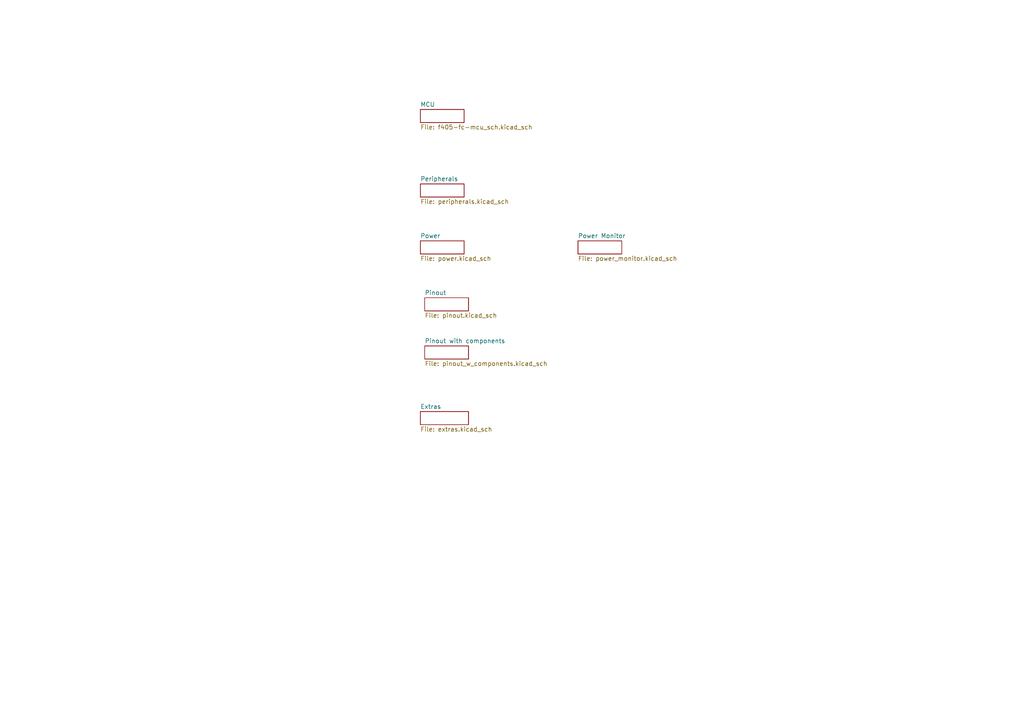
<source format=kicad_sch>
(kicad_sch
	(version 20231120)
	(generator "eeschema")
	(generator_version "8.0")
	(uuid "081b6834-111b-4762-b46a-30e0e37972ed")
	(paper "A4")
	(lib_symbols)
	(sheet
		(at 121.92 31.75)
		(size 12.7 3.81)
		(fields_autoplaced yes)
		(stroke
			(width 0.1524)
			(type solid)
		)
		(fill
			(color 0 0 0 0.0000)
		)
		(uuid "1019dc48-5bb9-42bb-a388-e689633fb2c2")
		(property "Sheetname" "MCU"
			(at 121.92 31.0384 0)
			(effects
				(font
					(size 1.27 1.27)
				)
				(justify left bottom)
			)
		)
		(property "Sheetfile" "f405-fc-mcu_sch.kicad_sch"
			(at 121.92 36.1446 0)
			(effects
				(font
					(size 1.27 1.27)
				)
				(justify left top)
			)
		)
		(instances
			(project "STMF405_Flight_Controller"
				(path "/081b6834-111b-4762-b46a-30e0e37972ed"
					(page "2")
				)
			)
		)
	)
	(sheet
		(at 167.64 69.85)
		(size 12.7 3.81)
		(fields_autoplaced yes)
		(stroke
			(width 0.1524)
			(type solid)
		)
		(fill
			(color 0 0 0 0.0000)
		)
		(uuid "39d8cef6-37d2-43ce-b220-2d4791532bef")
		(property "Sheetname" "Power Monitor"
			(at 167.64 69.1384 0)
			(effects
				(font
					(size 1.27 1.27)
				)
				(justify left bottom)
			)
		)
		(property "Sheetfile" "power_monitor.kicad_sch"
			(at 167.64 74.2446 0)
			(effects
				(font
					(size 1.27 1.27)
				)
				(justify left top)
			)
		)
		(instances
			(project "STMF405_Flight_Controller"
				(path "/081b6834-111b-4762-b46a-30e0e37972ed"
					(page "5")
				)
			)
		)
	)
	(sheet
		(at 123.19 86.36)
		(size 12.7 3.81)
		(fields_autoplaced yes)
		(stroke
			(width 0.1524)
			(type solid)
		)
		(fill
			(color 0 0 0 0.0000)
		)
		(uuid "76153728-af14-41aa-a10f-8724ab6d3ac7")
		(property "Sheetname" "Pinout"
			(at 123.19 85.6484 0)
			(effects
				(font
					(size 1.27 1.27)
				)
				(justify left bottom)
			)
		)
		(property "Sheetfile" "pinout.kicad_sch"
			(at 123.19 90.7546 0)
			(effects
				(font
					(size 1.27 1.27)
				)
				(justify left top)
			)
		)
		(instances
			(project "STMF405_Flight_Controller"
				(path "/081b6834-111b-4762-b46a-30e0e37972ed"
					(page "6")
				)
			)
		)
	)
	(sheet
		(at 123.19 100.33)
		(size 12.7 3.81)
		(fields_autoplaced yes)
		(stroke
			(width 0.1524)
			(type solid)
		)
		(fill
			(color 0 0 0 0.0000)
		)
		(uuid "7c76e8ac-775f-43e8-bf06-57d347549756")
		(property "Sheetname" "Pinout with components"
			(at 123.19 99.6184 0)
			(effects
				(font
					(size 1.27 1.27)
				)
				(justify left bottom)
			)
		)
		(property "Sheetfile" "pinout_w_components.kicad_sch"
			(at 123.19 104.7246 0)
			(effects
				(font
					(size 1.27 1.27)
				)
				(justify left top)
			)
		)
		(instances
			(project "STMF405_Flight_Controller"
				(path "/081b6834-111b-4762-b46a-30e0e37972ed"
					(page "5")
				)
			)
		)
	)
	(sheet
		(at 121.92 69.85)
		(size 12.7 3.81)
		(fields_autoplaced yes)
		(stroke
			(width 0.1524)
			(type solid)
		)
		(fill
			(color 0 0 0 0.0000)
		)
		(uuid "af6f369d-1fd8-41dc-866b-caa92cb69317")
		(property "Sheetname" "Power"
			(at 121.92 69.1384 0)
			(effects
				(font
					(size 1.27 1.27)
				)
				(justify left bottom)
			)
		)
		(property "Sheetfile" "power.kicad_sch"
			(at 121.92 74.2446 0)
			(effects
				(font
					(size 1.27 1.27)
				)
				(justify left top)
			)
		)
		(instances
			(project "STMF405_Flight_Controller"
				(path "/081b6834-111b-4762-b46a-30e0e37972ed"
					(page "4")
				)
			)
		)
	)
	(sheet
		(at 121.92 119.38)
		(size 13.97 3.81)
		(fields_autoplaced yes)
		(stroke
			(width 0.1524)
			(type solid)
		)
		(fill
			(color 0 0 0 0.0000)
		)
		(uuid "d35f4183-2795-4792-8227-02977bf9fe52")
		(property "Sheetname" "Extras"
			(at 121.92 118.6684 0)
			(effects
				(font
					(size 1.27 1.27)
				)
				(justify left bottom)
			)
		)
		(property "Sheetfile" "extras.kicad_sch"
			(at 121.92 123.7746 0)
			(effects
				(font
					(size 1.27 1.27)
				)
				(justify left top)
			)
		)
		(instances
			(project "STMF405_Flight_Controller"
				(path "/081b6834-111b-4762-b46a-30e0e37972ed"
					(page "7")
				)
			)
		)
	)
	(sheet
		(at 121.92 53.34)
		(size 12.7 3.81)
		(fields_autoplaced yes)
		(stroke
			(width 0.1524)
			(type solid)
		)
		(fill
			(color 0 0 0 0.0000)
		)
		(uuid "dcc3f7c4-80a1-4bbc-89df-0be29c9e2646")
		(property "Sheetname" "Peripherals"
			(at 121.92 52.6284 0)
			(effects
				(font
					(size 1.27 1.27)
				)
				(justify left bottom)
			)
		)
		(property "Sheetfile" "peripherals.kicad_sch"
			(at 121.92 57.7346 0)
			(effects
				(font
					(size 1.27 1.27)
				)
				(justify left top)
			)
		)
		(instances
			(project "STMF405_Flight_Controller"
				(path "/081b6834-111b-4762-b46a-30e0e37972ed"
					(page "3")
				)
			)
		)
	)
	(sheet_instances
		(path "/"
			(page "1")
		)
	)
)

</source>
